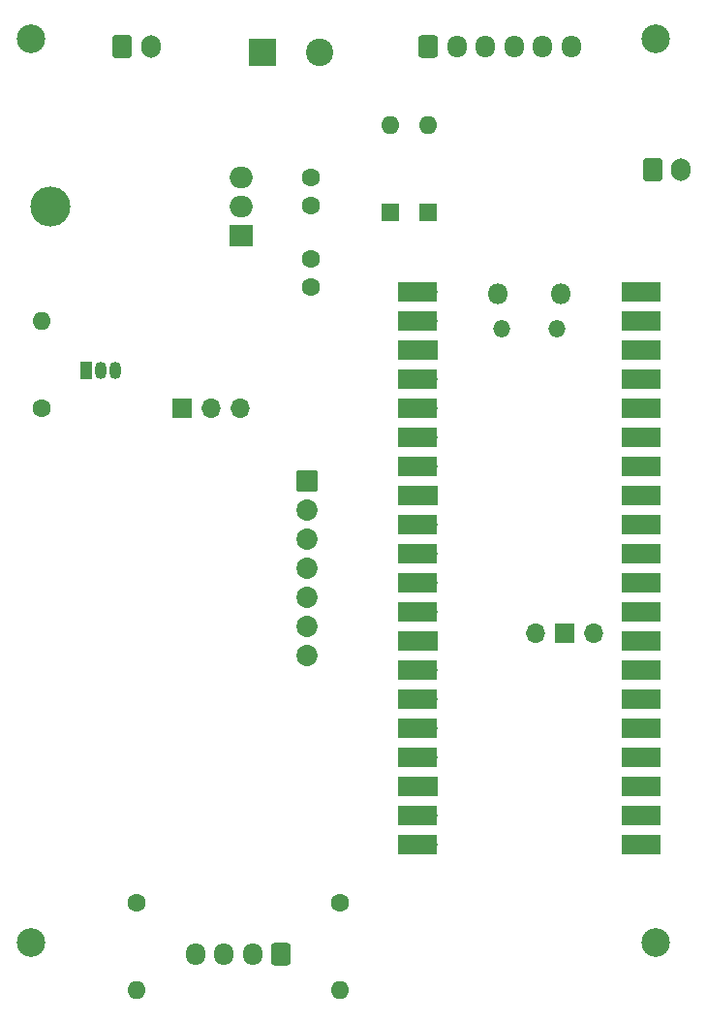
<source format=gbr>
%TF.GenerationSoftware,KiCad,Pcbnew,(6.0.7-1)-1*%
%TF.CreationDate,2024-01-28T18:10:20-08:00*%
%TF.ProjectId,SensorPod-Board,53656e73-6f72-4506-9f64-2d426f617264,rev?*%
%TF.SameCoordinates,Original*%
%TF.FileFunction,Soldermask,Top*%
%TF.FilePolarity,Negative*%
%FSLAX46Y46*%
G04 Gerber Fmt 4.6, Leading zero omitted, Abs format (unit mm)*
G04 Created by KiCad (PCBNEW (6.0.7-1)-1) date 2024-01-28 18:10:20*
%MOMM*%
%LPD*%
G01*
G04 APERTURE LIST*
G04 Aperture macros list*
%AMRoundRect*
0 Rectangle with rounded corners*
0 $1 Rounding radius*
0 $2 $3 $4 $5 $6 $7 $8 $9 X,Y pos of 4 corners*
0 Add a 4 corners polygon primitive as box body*
4,1,4,$2,$3,$4,$5,$6,$7,$8,$9,$2,$3,0*
0 Add four circle primitives for the rounded corners*
1,1,$1+$1,$2,$3*
1,1,$1+$1,$4,$5*
1,1,$1+$1,$6,$7*
1,1,$1+$1,$8,$9*
0 Add four rect primitives between the rounded corners*
20,1,$1+$1,$2,$3,$4,$5,0*
20,1,$1+$1,$4,$5,$6,$7,0*
20,1,$1+$1,$6,$7,$8,$9,0*
20,1,$1+$1,$8,$9,$2,$3,0*%
G04 Aperture macros list end*
%ADD10C,2.400000*%
%ADD11R,2.400000X2.400000*%
%ADD12C,1.600000*%
%ADD13O,1.600000X1.600000*%
%ADD14C,2.500000*%
%ADD15O,3.500000X3.500000*%
%ADD16R,2.000000X1.905000*%
%ADD17O,2.000000X1.905000*%
%ADD18RoundRect,0.250000X-0.600000X-0.750000X0.600000X-0.750000X0.600000X0.750000X-0.600000X0.750000X0*%
%ADD19O,1.700000X2.000000*%
%ADD20R,1.600000X1.600000*%
%ADD21RoundRect,0.250000X-0.600000X-0.725000X0.600000X-0.725000X0.600000X0.725000X-0.600000X0.725000X0*%
%ADD22O,1.700000X1.950000*%
%ADD23R,1.050000X1.500000*%
%ADD24O,1.050000X1.500000*%
%ADD25R,1.700000X1.700000*%
%ADD26O,1.700000X1.700000*%
%ADD27O,1.500000X1.500000*%
%ADD28O,1.800000X1.800000*%
%ADD29R,3.500000X1.700000*%
%ADD30RoundRect,0.250000X0.600000X0.725000X-0.600000X0.725000X-0.600000X-0.725000X0.600000X-0.725000X0*%
%ADD31RoundRect,0.102000X-0.825000X0.825000X-0.825000X-0.825000X0.825000X-0.825000X0.825000X0.825000X0*%
%ADD32C,1.854000*%
G04 APERTURE END LIST*
D10*
%TO.C,C1*%
X118286041Y-52705000D03*
D11*
X113286041Y-52705000D03*
%TD*%
D12*
%TO.C,R1*%
X102235000Y-127000000D03*
D13*
X102235000Y-134620000D03*
%TD*%
D14*
%TO.C,REF\u002A\u002A*%
X147637500Y-51533750D03*
%TD*%
D12*
%TO.C,C3*%
X117475000Y-63620000D03*
X117475000Y-66120000D03*
%TD*%
D14*
%TO.C,REF\u002A\u002A*%
X93027500Y-130471250D03*
%TD*%
%TO.C,REF\u002A\u002A*%
X93027500Y-51533750D03*
%TD*%
D12*
%TO.C,R3*%
X93980000Y-83820000D03*
D13*
X93980000Y-76200000D03*
%TD*%
D15*
%TO.C,U3*%
X94740000Y-66160000D03*
D16*
X111400000Y-68700000D03*
D17*
X111400000Y-66160000D03*
X111400000Y-63620000D03*
%TD*%
D18*
%TO.C,J4*%
X100985000Y-52180000D03*
D19*
X103485000Y-52180000D03*
%TD*%
D20*
%TO.C,D2*%
X124460000Y-66675000D03*
D13*
X124460000Y-59055000D03*
%TD*%
D21*
%TO.C,J1*%
X127735000Y-52180000D03*
D22*
X130235000Y-52180000D03*
X132735000Y-52180000D03*
X135235000Y-52180000D03*
X137735000Y-52180000D03*
X140235000Y-52180000D03*
%TD*%
D12*
%TO.C,C2*%
X117475000Y-70735000D03*
X117475000Y-73235000D03*
%TD*%
D23*
%TO.C,Q1*%
X97860000Y-80460000D03*
D24*
X99130000Y-80460000D03*
X100400000Y-80460000D03*
%TD*%
D18*
%TO.C,J3*%
X147340000Y-62975000D03*
D19*
X149840000Y-62975000D03*
%TD*%
D25*
%TO.C,J5*%
X106224286Y-83820000D03*
D26*
X108764286Y-83820000D03*
X111304286Y-83820000D03*
%TD*%
D12*
%TO.C,R2*%
X120015000Y-127000000D03*
D13*
X120015000Y-134620000D03*
%TD*%
D27*
%TO.C,U1*%
X134150900Y-76820000D03*
X139000900Y-76820000D03*
D28*
X133850900Y-73790000D03*
X139300900Y-73790000D03*
D29*
X126785900Y-73660000D03*
D26*
X127685900Y-73660000D03*
D29*
X126785900Y-76200000D03*
D26*
X127685900Y-76200000D03*
D29*
X126785900Y-78740000D03*
D25*
X127685900Y-78740000D03*
D29*
X126785900Y-81280000D03*
D26*
X127685900Y-81280000D03*
D29*
X126785900Y-83820000D03*
D26*
X127685900Y-83820000D03*
X127685900Y-86360000D03*
D29*
X126785900Y-86360000D03*
D26*
X127685900Y-88900000D03*
D29*
X126785900Y-88900000D03*
X126785900Y-91440000D03*
D25*
X127685900Y-91440000D03*
D29*
X126785900Y-93980000D03*
D26*
X127685900Y-93980000D03*
X127685900Y-96520000D03*
D29*
X126785900Y-96520000D03*
D26*
X127685900Y-99060000D03*
D29*
X126785900Y-99060000D03*
X126785900Y-101600000D03*
D26*
X127685900Y-101600000D03*
D25*
X127685900Y-104140000D03*
D29*
X126785900Y-104140000D03*
D26*
X127685900Y-106680000D03*
D29*
X126785900Y-106680000D03*
D26*
X127685900Y-109220000D03*
D29*
X126785900Y-109220000D03*
X126785900Y-111760000D03*
D26*
X127685900Y-111760000D03*
D29*
X126785900Y-114300000D03*
D26*
X127685900Y-114300000D03*
D25*
X127685900Y-116840000D03*
D29*
X126785900Y-116840000D03*
X126785900Y-119380000D03*
D26*
X127685900Y-119380000D03*
X127685900Y-121920000D03*
D29*
X126785900Y-121920000D03*
D26*
X145465900Y-121920000D03*
D29*
X146365900Y-121920000D03*
D26*
X145465900Y-119380000D03*
D29*
X146365900Y-119380000D03*
X146365900Y-116840000D03*
D25*
X145465900Y-116840000D03*
D29*
X146365900Y-114300000D03*
D26*
X145465900Y-114300000D03*
D29*
X146365900Y-111760000D03*
D26*
X145465900Y-111760000D03*
D29*
X146365900Y-109220000D03*
D26*
X145465900Y-109220000D03*
X145465900Y-106680000D03*
D29*
X146365900Y-106680000D03*
X146365900Y-104140000D03*
D25*
X145465900Y-104140000D03*
D29*
X146365900Y-101600000D03*
D26*
X145465900Y-101600000D03*
X145465900Y-99060000D03*
D29*
X146365900Y-99060000D03*
X146365900Y-96520000D03*
D26*
X145465900Y-96520000D03*
X145465900Y-93980000D03*
D29*
X146365900Y-93980000D03*
X146365900Y-91440000D03*
D25*
X145465900Y-91440000D03*
D29*
X146365900Y-88900000D03*
D26*
X145465900Y-88900000D03*
D29*
X146365900Y-86360000D03*
D26*
X145465900Y-86360000D03*
X145465900Y-83820000D03*
D29*
X146365900Y-83820000D03*
D26*
X145465900Y-81280000D03*
D29*
X146365900Y-81280000D03*
X146365900Y-78740000D03*
D25*
X145465900Y-78740000D03*
D29*
X146365900Y-76200000D03*
D26*
X145465900Y-76200000D03*
D29*
X146365900Y-73660000D03*
D26*
X145465900Y-73660000D03*
X137160000Y-103390000D03*
D25*
X139700000Y-103390000D03*
D26*
X142240000Y-103390000D03*
%TD*%
D14*
%TO.C,REF\u002A\u002A*%
X147637500Y-130471250D03*
%TD*%
D20*
%TO.C,D1*%
X127735000Y-66675000D03*
D13*
X127735000Y-59055000D03*
%TD*%
D30*
%TO.C,J2*%
X114875000Y-131445000D03*
D22*
X112375000Y-131445000D03*
X109875000Y-131445000D03*
X107375000Y-131445000D03*
%TD*%
D31*
%TO.C,U2*%
X117145000Y-90170000D03*
D32*
X117145000Y-92710000D03*
X117145000Y-95250000D03*
X117145000Y-97790000D03*
X117145000Y-100330000D03*
X117145000Y-102870000D03*
X117145000Y-105410000D03*
%TD*%
M02*

</source>
